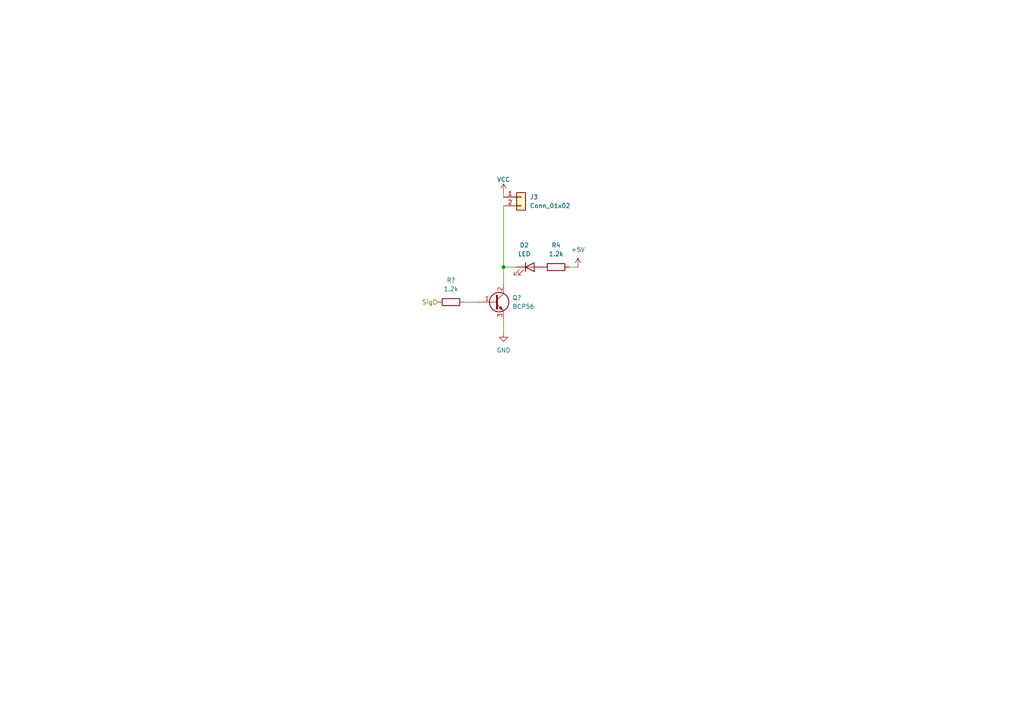
<source format=kicad_sch>
(kicad_sch (version 20211123) (generator eeschema)
  (paper "A4")
  (lib_symbols
    (symbol "Connector_Generic:Conn_01x02" (pin_names (offset 1.016) hide)
      (property "Reference" "J" (at 0 2.54 0))
      (property "Value" "Conn_01x02" (at 0 -5.08 0))
      (symbol "Conn_01x02_1_1"
        (rectangle (start -1.27 -2.413) (end 0 -2.667) (stroke (width 0.1524)))
        (rectangle (start -1.27 0.127) (end 0 -0.127) (stroke (width 0.1524)))
        (rectangle (start -1.27 1.27) (end 1.27 -3.81) (stroke (width 0.254)) (fill (type background)))
        (pin passive line (at -5.08 0 0) (length 3.81) (name "Pin_1") (number "1"))
        (pin passive line (at -5.08 -2.54 0) (length 3.81) (name "Pin_2") (number "2"))
      )
    )
    (symbol "Device:LED" (pin_numbers hide) (pin_names (offset 1.016) hide)
      (property "Reference" "D" (at 0 2.54 0))
      (property "Value" "LED" (at 0 -2.54 0))
      (symbol "LED_0_1"
        (polyline (pts (xy -1.27 -1.27) (xy -1.27 1.27)) (stroke (width 0.254)))
        (polyline (pts (xy -1.27 0) (xy 1.27 0)))
        (polyline (pts (xy 1.27 -1.27) (xy 1.27 1.27) (xy -1.27 0) (xy 1.27 -1.27)) (stroke (width 0.254)))
        (polyline (pts (xy -3.048 -0.762) (xy -4.572 -2.286) (xy -3.81 -2.286) (xy -4.572 -2.286) (xy -4.572 -1.524)))
        (polyline (pts (xy -1.778 -0.762) (xy -3.302 -2.286) (xy -2.54 -2.286) (xy -3.302 -2.286) (xy -3.302 -1.524)))
      )
      (symbol "LED_1_1"
        (pin passive line (at -3.81 0 0) (length 2.54) (name "K") (number "1"))
        (pin passive line (at 3.81 0 180) (length 2.54) (name "A") (number "2"))
      )
    )
    (symbol "Device:R" (pin_numbers hide) (pin_names (offset 0))
      (property "Reference" "R" (at 2.032 0 90))
      (property "Value" "R" (at 0 0 90))
      (symbol "R_0_1"
        (rectangle (start -1.016 -2.54) (end 1.016 2.54) (stroke (width 0.254)))
      )
      (symbol "R_1_1"
        (pin passive line (at 0 3.81 270) (length 1.27) (name "~") (number "1"))
        (pin passive line (at 0 -3.81 90) (length 1.27) (name "~") (number "2"))
      )
    )
    (symbol "Transistor_BJT:BCP56" (pin_names (offset 0) hide)
      (property "Reference" "Q" (at 5.08 1.905 0))
      (property "Value" "BCP56" (at 5.08 0 0))
      (symbol "BCP56_0_1"
        (polyline (pts (xy 0.635 0.635) (xy 2.54 2.54)))
        (polyline (pts (xy 0.635 -0.635) (xy 2.54 -2.54) (xy 2.54 -2.54)))
        (polyline (pts (xy 0.635 1.905) (xy 0.635 -1.905) (xy 0.635 -1.905)) (stroke (width 0.508)))
        (polyline (pts (xy 1.27 -1.778) (xy 1.778 -1.27) (xy 2.286 -2.286) (xy 1.27 -1.778) (xy 1.27 -1.778)) (fill (type outline)))
        (circle (center 1.27 0) (radius 2.8194) (stroke (width 0.254)))
      )
      (symbol "BCP56_1_1"
        (pin input line (at -5.08 0 0) (length 5.715) (name "B") (number "1"))
        (pin passive line (at 2.54 5.08 270) (length 2.54) (name "C") (number "2"))
        (pin passive line (at 2.54 -5.08 90) (length 2.54) (name "E") (number "3"))
        (pin passive line (at 2.54 5.08 270) (length 2.54) hide (name "C") (number "4"))
      )
    )
    (symbol "power:+5V" (power) (pin_names (offset 0))
      (property "Value" "+5V" (at 0 3.556 0))
      (symbol "+5V_0_1"
        (polyline (pts (xy -0.762 1.27) (xy 0 2.54)))
        (polyline (pts (xy 0 0) (xy 0 2.54)))
        (polyline (pts (xy 0 2.54) (xy 0.762 1.27)))
      )
      (symbol "+5V_1_1"
        (pin power_in line (at 0 0 90) (length 0) hide (name "+5V") (number "1"))
      )
    )
    (symbol "power:GND" (power) (pin_names (offset 0))
      (property "Value" "GND" (at 0 -3.81 0))
      (symbol "GND_0_1"
        (polyline (pts (xy 0 0) (xy 0 -1.27) (xy 1.27 -1.27) (xy 0 -2.54) (xy -1.27 -1.27) (xy 0 -1.27)))
      )
      (symbol "GND_1_1"
        (pin power_in line (at 0 0 270) (length 0) hide (name "GND") (number "1"))
      )
    )
    (symbol "power:VCC" (power) (pin_names (offset 0))
      (property "Value" "VCC" (at 0 3.81 0))
      (symbol "VCC_0_1"
        (polyline (pts (xy -0.762 1.27) (xy 0 2.54)))
        (polyline (pts (xy 0 0) (xy 0 2.54)))
        (polyline (pts (xy 0 2.54) (xy 0.762 1.27)))
      )
      (symbol "VCC_1_1"
        (pin power_in line (at 0 0 90) (length 0) hide (name "VCC") (number "1"))
      )
    )
  )
  (junction (at 146.05 77.47))
  (wire (pts (xy 146.05 77.47) (xy 146.05 82.55)))
  (wire (pts (xy 146.05 55.88) (xy 146.05 57.15)))
  (wire (pts (xy 146.05 59.69) (xy 146.05 77.47)))
  (wire (pts (xy 167.64 77.47) (xy 165.1 77.47)))
  (wire (pts (xy 134.62 87.63) (xy 138.43 87.63)))
  (wire (pts (xy 146.05 92.71) (xy 146.05 96.52)))
  (wire (pts (xy 146.05 77.47) (xy 149.86 77.47)))
  (hierarchical_label "Sig" (shape input) (at 127 87.63 180))
  (symbol (lib_id "Device:R") (at 130.81 87.63 90) (unit 1)
    (property "Reference" "R?" (at 130.81 81.28 90))
    (property "Value" "1.2k" (at 130.81 83.82 90))
    (property "Footprint" "Resistor_SMD:R_1210_3225Metric_Pad1.30x2.65mm_HandSolder" (effects hide))
  )
  (symbol (lib_id "Transistor_BJT:BCP56") (at 143.51 87.63 0) (unit 1)
    (property "Reference" "Q?" (at 148.59 86.3599 0) (effects (justify left)))
    (property "Value" "BCP56" (at 148.59 88.8999 0) (effects (justify left)))
    (property "Footprint" "Package_TO_SOT_SMD:SOT-223-3_TabPin2" (effects hide))
    (property "Datasheet" "http://cache.nxp.com/documents/data_sheet/BCP56_BCX56_BC56PA.pdf?pspll=1" (effects hide))
  )
  (symbol (lib_id "power:VCC") (at 146.05 55.88 0) (unit 1)
    (property "Reference" "#PWR017" (effects hide))
    (property "Value" "VCC" (at 146.05 52.07 0))
  )
  (symbol (lib_id "Device:LED") (at 153.67 77.47 0) (unit 1)
    (property "Reference" "D2" (at 152.0825 71.12 0))
    (property "Value" "LED" (at 152.0825 73.66 0))
    (property "Footprint" "LED_SMD:LED_1210_3225Metric_Pad1.42x2.65mm_HandSolder" (effects hide))
  )
  (symbol (lib_id "power:+5V") (at 167.64 77.47 0) (unit 1)
    (property "Reference" "#PWR018" (effects hide))
    (property "Value" "+5V" (at 167.64 72.39 0))
  )
  (symbol (lib_id "Connector_Generic:Conn_01x02") (at 151.13 57.15 0) (unit 1)
    (property "Reference" "J3" (at 153.67 57.1499 0) (effects (justify left)))
    (property "Value" "Conn_01x02" (at 153.67 59.6899 0) (effects (justify left)))
    (property "Footprint" "TerminalBlock_Phoenix:TerminalBlock_Phoenix_PT-1,5-2-5.0-H_1x02_P5.00mm_Horizontal" (effects hide))
  )
  (symbol (lib_id "power:GND") (at 146.05 96.52 0) (unit 1)
    (property "Reference" "#PWR?" (effects hide))
    (property "Value" "GND" (at 146.05 101.6 0))
  )
  (symbol (lib_id "Device:R") (at 161.29 77.47 90) (unit 1)
    (property "Reference" "R4" (at 161.29 71.12 90))
    (property "Value" "1.2k" (at 161.29 73.66 90))
    (property "Footprint" "Resistor_SMD:R_1210_3225Metric_Pad1.30x2.65mm_HandSolder" (effects hide))
  )
)
</source>
